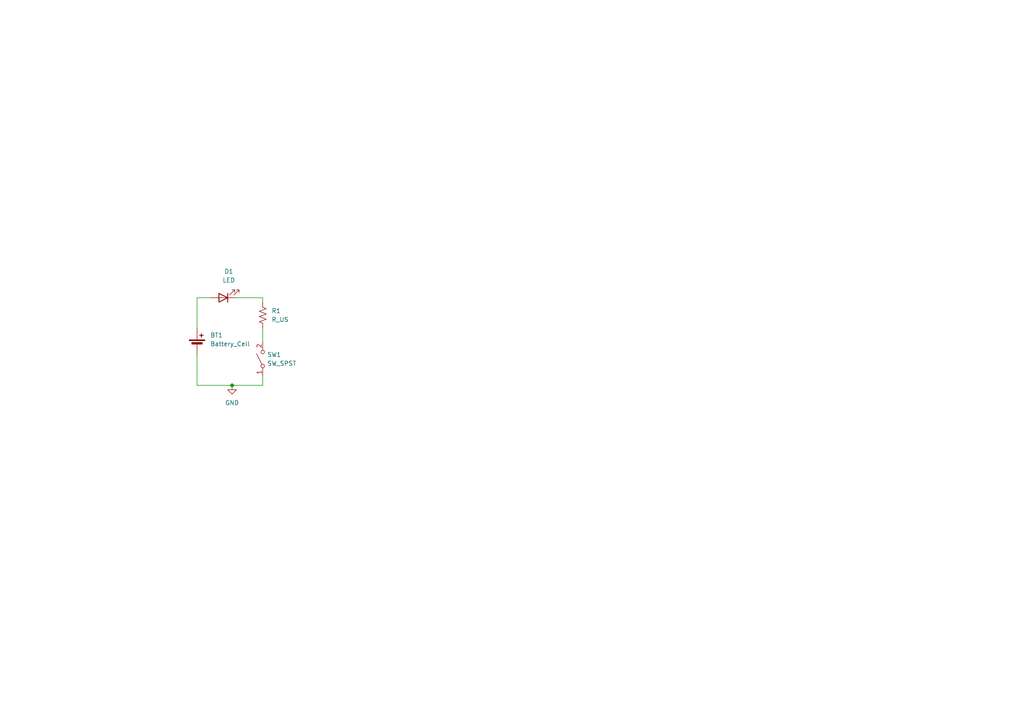
<source format=kicad_sch>
(kicad_sch (version 20231120) (generator "eeschema") (generator_version "8.0")
  (paper "A4")
  (lib_symbols
    (symbol "Device:Battery_Cell" (pin_numbers hide) (pin_names (offset 0) hide)
      (property "Reference" "BT" (at 2.54 2.54 0))
      (property "Value" "Battery_Cell" (at 2.54 0 0))
      (symbol "Battery_Cell_0_1"
        (rectangle (start -2.286 1.778) (end 2.286 1.524) (fill (type outline)))
        (rectangle (start -1.524 1.016) (end 1.524 0.508) (fill (type outline)))
        (polyline (pts (xy 0 0.762) (xy 0 0)))
        (polyline (pts (xy 0 1.778) (xy 0 2.54)))
        (polyline (pts (xy 0.762 3.048) (xy 1.778 3.048)) (stroke (width 0.254)))
        (polyline (pts (xy 1.27 3.556) (xy 1.27 2.54)) (stroke (width 0.254)))
      )
      (symbol "Battery_Cell_1_1"
        (pin passive line (at 0 5.08 270) (length 2.54) (name "+") (number "1"))
        (pin passive line (at 0 -2.54 90) (length 2.54) (name "-") (number "2"))
      )
    )
    (symbol "Device:LED" (pin_numbers hide) (pin_names (offset 1.016) hide)
      (property "Reference" "D" (at 0 2.54 0))
      (property "Value" "LED" (at 0 -2.54 0))
      (symbol "LED_0_1"
        (polyline (pts (xy -1.27 -1.27) (xy -1.27 1.27)) (stroke (width 0.254)))
        (polyline (pts (xy -1.27 0) (xy 1.27 0)))
        (polyline (pts (xy 1.27 -1.27) (xy 1.27 1.27) (xy -1.27 0) (xy 1.27 -1.27)) (stroke (width 0.254)))
        (polyline (pts (xy -3.048 -0.762) (xy -4.572 -2.286) (xy -3.81 -2.286) (xy -4.572 -2.286) (xy -4.572 -1.524)))
        (polyline (pts (xy -1.778 -0.762) (xy -3.302 -2.286) (xy -2.54 -2.286) (xy -3.302 -2.286) (xy -3.302 -1.524)))
      )
      (symbol "LED_1_1"
        (pin passive line (at -3.81 0 0) (length 2.54) (name "K") (number "1"))
        (pin passive line (at 3.81 0 180) (length 2.54) (name "A") (number "2"))
      )
    )
    (symbol "Device:R_US" (pin_numbers hide) (pin_names (offset 0))
      (property "Reference" "R" (at 2.54 0 90))
      (property "Value" "R_US" (at -2.54 0 90))
      (symbol "R_US_0_1"
        (polyline (pts (xy 0 -2.286) (xy 0 -2.54)))
        (polyline (pts (xy 0 2.286) (xy 0 2.54)))
        (polyline (pts (xy 0 -0.762) (xy 1.016 -1.143) (xy 0 -1.524) (xy -1.016 -1.905) (xy 0 -2.286)))
        (polyline (pts (xy 0 0.762) (xy 1.016 0.381) (xy 0 0) (xy -1.016 -0.381) (xy 0 -0.762)))
        (polyline (pts (xy 0 2.286) (xy 1.016 1.905) (xy 0 1.524) (xy -1.016 1.143) (xy 0 0.762)))
      )
      (symbol "R_US_1_1"
        (pin passive line (at 0 3.81 270) (length 1.27) (name "~") (number "1"))
        (pin passive line (at 0 -3.81 90) (length 1.27) (name "~") (number "2"))
      )
    )
    (symbol "Switch:SW_SPST" (pin_names (offset 0) hide)
      (property "Reference" "SW" (at 0 3.175 0))
      (property "Value" "SW_SPST" (at 0 -2.54 0))
      (symbol "SW_SPST_0_0"
        (circle (center -2.032 0) (radius 0.508))
        (polyline (pts (xy -1.524 0.254) (xy 1.524 1.778)))
        (circle (center 2.032 0) (radius 0.508))
      )
      (symbol "SW_SPST_1_1"
        (pin passive line (at -5.08 0 0) (length 2.54) (name "A") (number "1"))
        (pin passive line (at 5.08 0 180) (length 2.54) (name "B") (number "2"))
      )
    )
    (symbol "power:GND" (power) (pin_numbers hide) (pin_names (offset 0) hide)
      (property "Value" "GND" (at 0 -3.81 0))
      (symbol "GND_0_1"
        (polyline (pts (xy 0 0) (xy 0 -1.27) (xy 1.27 -1.27) (xy 0 -2.54) (xy -1.27 -1.27) (xy 0 -1.27)))
      )
      (symbol "GND_1_1"
        (pin power_in line (at 0 0 270) (length 0) (name "~") (number "1"))
      )
    )
  )
  (junction (at 67.31 111.76))
  (wire (pts (xy 57.15 86.36) (xy 60.96 86.36)))
  (wire (pts (xy 76.2 86.36) (xy 76.2 87.63)))
  (wire (pts (xy 67.31 111.76) (xy 57.15 111.76)))
  (wire (pts (xy 68.58 86.36) (xy 76.2 86.36)))
  (wire (pts (xy 57.15 111.76) (xy 57.15 102.87)))
  (wire (pts (xy 57.15 95.25) (xy 57.15 86.36)))
  (wire (pts (xy 76.2 109.22) (xy 76.2 111.76)))
  (wire (pts (xy 76.2 95.25) (xy 76.2 99.06)))
  (wire (pts (xy 76.2 111.76) (xy 67.31 111.76)))
  (symbol (lib_id "Device:Battery_Cell") (at 57.15 100.33 0) (unit 1)
    (property "Reference" "BT1" (at 60.96 97.2184 0) (effects (justify left)))
    (property "Value" "Battery_Cell" (at 60.96 99.7584 0) (effects (justify left)))
    (property "Footprint" "Battery:BatteryHolder_Keystone_103_1x20mm" (effects (hide yes)))
    (property "Description" "Single-cell battery" (effects (hide yes)))
  )
  (symbol (lib_id "Switch:SW_SPST") (at 76.2 104.14 90) (unit 1)
    (property "Reference" "SW1" (at 77.47 102.8699 90) (effects (justify right)))
    (property "Value" "SW_SPST" (at 77.47 105.4099 90) (effects (justify right)))
    (property "Footprint" "Button_Switch_THT:SW_PUSH_6mm" (effects (hide yes)))
    (property "Description" "Single Pole Single Throw (SPST) switch" (effects (hide yes)))
  )
  (symbol (lib_id "Device:R_US") (at 76.2 91.44 0) (unit 1)
    (property "Reference" "R1" (at 78.74 90.1699 0) (effects (justify left)))
    (property "Value" "R_US" (at 78.74 92.7099 0) (effects (justify left)))
    (property "Footprint" "Resistor_SMD:R_2512_6332Metric_Pad1.40x3.35mm_HandSolder" (effects (hide yes)))
    (property "Description" "Resistor, US symbol" (effects (hide yes)))
  )
  (symbol (lib_id "Device:LED") (at 64.77 86.36 180) (unit 1)
    (property "Reference" "D1" (at 66.3575 78.74 0))
    (property "Value" "LED" (at 66.3575 81.28 0))
    (property "Footprint" "LED_SMD:LED_2512_6332Metric" (effects (hide yes)))
    (property "Description" "Light emitting diode" (effects (hide yes)))
  )
  (symbol (lib_id "power:GND") (at 67.31 111.76 0) (unit 1)
    (property "Reference" "#PWR01" (effects (hide yes)))
    (property "Value" "GND" (at 67.31 116.84 0))
    (property "Description" "Power symbol creates a global label with name \"GND\" , ground" (effects (hide yes)))
  )
)
</source>
